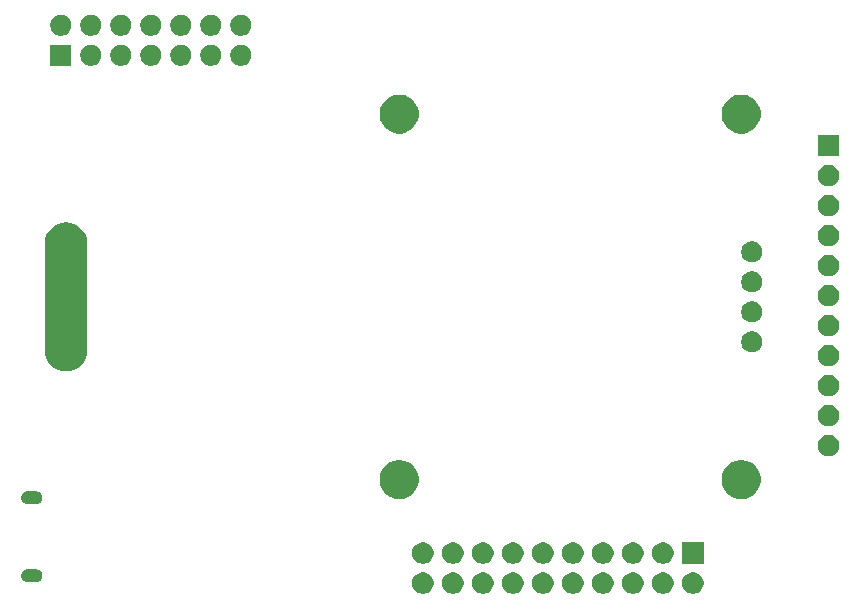
<source format=gbr>
G04 #@! TF.GenerationSoftware,KiCad,Pcbnew,5.1.6*
G04 #@! TF.CreationDate,2020-08-20T20:45:38+02:00*
G04 #@! TF.ProjectId,kicon19-badge,6b69636f-6e31-4392-9d62-616467652e6b,rev?*
G04 #@! TF.SameCoordinates,Original*
G04 #@! TF.FileFunction,Soldermask,Bot*
G04 #@! TF.FilePolarity,Negative*
%FSLAX46Y46*%
G04 Gerber Fmt 4.6, Leading zero omitted, Abs format (unit mm)*
G04 Created by KiCad (PCBNEW 5.1.6) date 2020-08-20 20:45:38*
%MOMM*%
%LPD*%
G01*
G04 APERTURE LIST*
%ADD10C,0.100000*%
G04 APERTURE END LIST*
D10*
G36*
X140906778Y-121310547D02*
G01*
X141073224Y-121379491D01*
X141223022Y-121479583D01*
X141350417Y-121606978D01*
X141450509Y-121756776D01*
X141519453Y-121923222D01*
X141554600Y-122099918D01*
X141554600Y-122280082D01*
X141519453Y-122456778D01*
X141450509Y-122623224D01*
X141350417Y-122773022D01*
X141223022Y-122900417D01*
X141073224Y-123000509D01*
X140906778Y-123069453D01*
X140730082Y-123104600D01*
X140549918Y-123104600D01*
X140373222Y-123069453D01*
X140206776Y-123000509D01*
X140056978Y-122900417D01*
X139929583Y-122773022D01*
X139829491Y-122623224D01*
X139760547Y-122456778D01*
X139725400Y-122280082D01*
X139725400Y-122099918D01*
X139760547Y-121923222D01*
X139829491Y-121756776D01*
X139929583Y-121606978D01*
X140056978Y-121479583D01*
X140206776Y-121379491D01*
X140373222Y-121310547D01*
X140549918Y-121275400D01*
X140730082Y-121275400D01*
X140906778Y-121310547D01*
G37*
G36*
X161226778Y-121310547D02*
G01*
X161393224Y-121379491D01*
X161543022Y-121479583D01*
X161670417Y-121606978D01*
X161770509Y-121756776D01*
X161839453Y-121923222D01*
X161874600Y-122099918D01*
X161874600Y-122280082D01*
X161839453Y-122456778D01*
X161770509Y-122623224D01*
X161670417Y-122773022D01*
X161543022Y-122900417D01*
X161393224Y-123000509D01*
X161226778Y-123069453D01*
X161050082Y-123104600D01*
X160869918Y-123104600D01*
X160693222Y-123069453D01*
X160526776Y-123000509D01*
X160376978Y-122900417D01*
X160249583Y-122773022D01*
X160149491Y-122623224D01*
X160080547Y-122456778D01*
X160045400Y-122280082D01*
X160045400Y-122099918D01*
X160080547Y-121923222D01*
X160149491Y-121756776D01*
X160249583Y-121606978D01*
X160376978Y-121479583D01*
X160526776Y-121379491D01*
X160693222Y-121310547D01*
X160869918Y-121275400D01*
X161050082Y-121275400D01*
X161226778Y-121310547D01*
G37*
G36*
X163766778Y-121310547D02*
G01*
X163933224Y-121379491D01*
X164083022Y-121479583D01*
X164210417Y-121606978D01*
X164310509Y-121756776D01*
X164379453Y-121923222D01*
X164414600Y-122099918D01*
X164414600Y-122280082D01*
X164379453Y-122456778D01*
X164310509Y-122623224D01*
X164210417Y-122773022D01*
X164083022Y-122900417D01*
X163933224Y-123000509D01*
X163766778Y-123069453D01*
X163590082Y-123104600D01*
X163409918Y-123104600D01*
X163233222Y-123069453D01*
X163066776Y-123000509D01*
X162916978Y-122900417D01*
X162789583Y-122773022D01*
X162689491Y-122623224D01*
X162620547Y-122456778D01*
X162585400Y-122280082D01*
X162585400Y-122099918D01*
X162620547Y-121923222D01*
X162689491Y-121756776D01*
X162789583Y-121606978D01*
X162916978Y-121479583D01*
X163066776Y-121379491D01*
X163233222Y-121310547D01*
X163409918Y-121275400D01*
X163590082Y-121275400D01*
X163766778Y-121310547D01*
G37*
G36*
X158686778Y-121310547D02*
G01*
X158853224Y-121379491D01*
X159003022Y-121479583D01*
X159130417Y-121606978D01*
X159230509Y-121756776D01*
X159299453Y-121923222D01*
X159334600Y-122099918D01*
X159334600Y-122280082D01*
X159299453Y-122456778D01*
X159230509Y-122623224D01*
X159130417Y-122773022D01*
X159003022Y-122900417D01*
X158853224Y-123000509D01*
X158686778Y-123069453D01*
X158510082Y-123104600D01*
X158329918Y-123104600D01*
X158153222Y-123069453D01*
X157986776Y-123000509D01*
X157836978Y-122900417D01*
X157709583Y-122773022D01*
X157609491Y-122623224D01*
X157540547Y-122456778D01*
X157505400Y-122280082D01*
X157505400Y-122099918D01*
X157540547Y-121923222D01*
X157609491Y-121756776D01*
X157709583Y-121606978D01*
X157836978Y-121479583D01*
X157986776Y-121379491D01*
X158153222Y-121310547D01*
X158329918Y-121275400D01*
X158510082Y-121275400D01*
X158686778Y-121310547D01*
G37*
G36*
X156146778Y-121310547D02*
G01*
X156313224Y-121379491D01*
X156463022Y-121479583D01*
X156590417Y-121606978D01*
X156690509Y-121756776D01*
X156759453Y-121923222D01*
X156794600Y-122099918D01*
X156794600Y-122280082D01*
X156759453Y-122456778D01*
X156690509Y-122623224D01*
X156590417Y-122773022D01*
X156463022Y-122900417D01*
X156313224Y-123000509D01*
X156146778Y-123069453D01*
X155970082Y-123104600D01*
X155789918Y-123104600D01*
X155613222Y-123069453D01*
X155446776Y-123000509D01*
X155296978Y-122900417D01*
X155169583Y-122773022D01*
X155069491Y-122623224D01*
X155000547Y-122456778D01*
X154965400Y-122280082D01*
X154965400Y-122099918D01*
X155000547Y-121923222D01*
X155069491Y-121756776D01*
X155169583Y-121606978D01*
X155296978Y-121479583D01*
X155446776Y-121379491D01*
X155613222Y-121310547D01*
X155789918Y-121275400D01*
X155970082Y-121275400D01*
X156146778Y-121310547D01*
G37*
G36*
X153606778Y-121310547D02*
G01*
X153773224Y-121379491D01*
X153923022Y-121479583D01*
X154050417Y-121606978D01*
X154150509Y-121756776D01*
X154219453Y-121923222D01*
X154254600Y-122099918D01*
X154254600Y-122280082D01*
X154219453Y-122456778D01*
X154150509Y-122623224D01*
X154050417Y-122773022D01*
X153923022Y-122900417D01*
X153773224Y-123000509D01*
X153606778Y-123069453D01*
X153430082Y-123104600D01*
X153249918Y-123104600D01*
X153073222Y-123069453D01*
X152906776Y-123000509D01*
X152756978Y-122900417D01*
X152629583Y-122773022D01*
X152529491Y-122623224D01*
X152460547Y-122456778D01*
X152425400Y-122280082D01*
X152425400Y-122099918D01*
X152460547Y-121923222D01*
X152529491Y-121756776D01*
X152629583Y-121606978D01*
X152756978Y-121479583D01*
X152906776Y-121379491D01*
X153073222Y-121310547D01*
X153249918Y-121275400D01*
X153430082Y-121275400D01*
X153606778Y-121310547D01*
G37*
G36*
X148526778Y-121310547D02*
G01*
X148693224Y-121379491D01*
X148843022Y-121479583D01*
X148970417Y-121606978D01*
X149070509Y-121756776D01*
X149139453Y-121923222D01*
X149174600Y-122099918D01*
X149174600Y-122280082D01*
X149139453Y-122456778D01*
X149070509Y-122623224D01*
X148970417Y-122773022D01*
X148843022Y-122900417D01*
X148693224Y-123000509D01*
X148526778Y-123069453D01*
X148350082Y-123104600D01*
X148169918Y-123104600D01*
X147993222Y-123069453D01*
X147826776Y-123000509D01*
X147676978Y-122900417D01*
X147549583Y-122773022D01*
X147449491Y-122623224D01*
X147380547Y-122456778D01*
X147345400Y-122280082D01*
X147345400Y-122099918D01*
X147380547Y-121923222D01*
X147449491Y-121756776D01*
X147549583Y-121606978D01*
X147676978Y-121479583D01*
X147826776Y-121379491D01*
X147993222Y-121310547D01*
X148169918Y-121275400D01*
X148350082Y-121275400D01*
X148526778Y-121310547D01*
G37*
G36*
X145986778Y-121310547D02*
G01*
X146153224Y-121379491D01*
X146303022Y-121479583D01*
X146430417Y-121606978D01*
X146530509Y-121756776D01*
X146599453Y-121923222D01*
X146634600Y-122099918D01*
X146634600Y-122280082D01*
X146599453Y-122456778D01*
X146530509Y-122623224D01*
X146430417Y-122773022D01*
X146303022Y-122900417D01*
X146153224Y-123000509D01*
X145986778Y-123069453D01*
X145810082Y-123104600D01*
X145629918Y-123104600D01*
X145453222Y-123069453D01*
X145286776Y-123000509D01*
X145136978Y-122900417D01*
X145009583Y-122773022D01*
X144909491Y-122623224D01*
X144840547Y-122456778D01*
X144805400Y-122280082D01*
X144805400Y-122099918D01*
X144840547Y-121923222D01*
X144909491Y-121756776D01*
X145009583Y-121606978D01*
X145136978Y-121479583D01*
X145286776Y-121379491D01*
X145453222Y-121310547D01*
X145629918Y-121275400D01*
X145810082Y-121275400D01*
X145986778Y-121310547D01*
G37*
G36*
X143446778Y-121310547D02*
G01*
X143613224Y-121379491D01*
X143763022Y-121479583D01*
X143890417Y-121606978D01*
X143990509Y-121756776D01*
X144059453Y-121923222D01*
X144094600Y-122099918D01*
X144094600Y-122280082D01*
X144059453Y-122456778D01*
X143990509Y-122623224D01*
X143890417Y-122773022D01*
X143763022Y-122900417D01*
X143613224Y-123000509D01*
X143446778Y-123069453D01*
X143270082Y-123104600D01*
X143089918Y-123104600D01*
X142913222Y-123069453D01*
X142746776Y-123000509D01*
X142596978Y-122900417D01*
X142469583Y-122773022D01*
X142369491Y-122623224D01*
X142300547Y-122456778D01*
X142265400Y-122280082D01*
X142265400Y-122099918D01*
X142300547Y-121923222D01*
X142369491Y-121756776D01*
X142469583Y-121606978D01*
X142596978Y-121479583D01*
X142746776Y-121379491D01*
X142913222Y-121310547D01*
X143089918Y-121275400D01*
X143270082Y-121275400D01*
X143446778Y-121310547D01*
G37*
G36*
X151066778Y-121310547D02*
G01*
X151233224Y-121379491D01*
X151383022Y-121479583D01*
X151510417Y-121606978D01*
X151610509Y-121756776D01*
X151679453Y-121923222D01*
X151714600Y-122099918D01*
X151714600Y-122280082D01*
X151679453Y-122456778D01*
X151610509Y-122623224D01*
X151510417Y-122773022D01*
X151383022Y-122900417D01*
X151233224Y-123000509D01*
X151066778Y-123069453D01*
X150890082Y-123104600D01*
X150709918Y-123104600D01*
X150533222Y-123069453D01*
X150366776Y-123000509D01*
X150216978Y-122900417D01*
X150089583Y-122773022D01*
X149989491Y-122623224D01*
X149920547Y-122456778D01*
X149885400Y-122280082D01*
X149885400Y-122099918D01*
X149920547Y-121923222D01*
X149989491Y-121756776D01*
X150089583Y-121606978D01*
X150216978Y-121479583D01*
X150366776Y-121379491D01*
X150533222Y-121310547D01*
X150709918Y-121275400D01*
X150890082Y-121275400D01*
X151066778Y-121310547D01*
G37*
G36*
X107997615Y-121010173D02*
G01*
X108101479Y-121041679D01*
X108128655Y-121056205D01*
X108197200Y-121092843D01*
X108281101Y-121161699D01*
X108349957Y-121245600D01*
X108365885Y-121275400D01*
X108401121Y-121341321D01*
X108432627Y-121445185D01*
X108443266Y-121553200D01*
X108432627Y-121661215D01*
X108401121Y-121765079D01*
X108401119Y-121765082D01*
X108349957Y-121860800D01*
X108281101Y-121944701D01*
X108197200Y-122013557D01*
X108128655Y-122050195D01*
X108101479Y-122064721D01*
X107997615Y-122096227D01*
X107916667Y-122104200D01*
X107162533Y-122104200D01*
X107081585Y-122096227D01*
X106977721Y-122064721D01*
X106950545Y-122050195D01*
X106882000Y-122013557D01*
X106798099Y-121944701D01*
X106729243Y-121860800D01*
X106678081Y-121765082D01*
X106678079Y-121765079D01*
X106646573Y-121661215D01*
X106635934Y-121553200D01*
X106646573Y-121445185D01*
X106678079Y-121341321D01*
X106713315Y-121275400D01*
X106729243Y-121245600D01*
X106798099Y-121161699D01*
X106882000Y-121092843D01*
X106950545Y-121056205D01*
X106977721Y-121041679D01*
X107081585Y-121010173D01*
X107162533Y-121002200D01*
X107916667Y-121002200D01*
X107997615Y-121010173D01*
G37*
G36*
X158686778Y-118770547D02*
G01*
X158853224Y-118839491D01*
X159003022Y-118939583D01*
X159130417Y-119066978D01*
X159230509Y-119216776D01*
X159299453Y-119383222D01*
X159334600Y-119559918D01*
X159334600Y-119740082D01*
X159299453Y-119916778D01*
X159230509Y-120083224D01*
X159130417Y-120233022D01*
X159003022Y-120360417D01*
X158853224Y-120460509D01*
X158686778Y-120529453D01*
X158510082Y-120564600D01*
X158329918Y-120564600D01*
X158153222Y-120529453D01*
X157986776Y-120460509D01*
X157836978Y-120360417D01*
X157709583Y-120233022D01*
X157609491Y-120083224D01*
X157540547Y-119916778D01*
X157505400Y-119740082D01*
X157505400Y-119559918D01*
X157540547Y-119383222D01*
X157609491Y-119216776D01*
X157709583Y-119066978D01*
X157836978Y-118939583D01*
X157986776Y-118839491D01*
X158153222Y-118770547D01*
X158329918Y-118735400D01*
X158510082Y-118735400D01*
X158686778Y-118770547D01*
G37*
G36*
X161226778Y-118770547D02*
G01*
X161393224Y-118839491D01*
X161543022Y-118939583D01*
X161670417Y-119066978D01*
X161770509Y-119216776D01*
X161839453Y-119383222D01*
X161874600Y-119559918D01*
X161874600Y-119740082D01*
X161839453Y-119916778D01*
X161770509Y-120083224D01*
X161670417Y-120233022D01*
X161543022Y-120360417D01*
X161393224Y-120460509D01*
X161226778Y-120529453D01*
X161050082Y-120564600D01*
X160869918Y-120564600D01*
X160693222Y-120529453D01*
X160526776Y-120460509D01*
X160376978Y-120360417D01*
X160249583Y-120233022D01*
X160149491Y-120083224D01*
X160080547Y-119916778D01*
X160045400Y-119740082D01*
X160045400Y-119559918D01*
X160080547Y-119383222D01*
X160149491Y-119216776D01*
X160249583Y-119066978D01*
X160376978Y-118939583D01*
X160526776Y-118839491D01*
X160693222Y-118770547D01*
X160869918Y-118735400D01*
X161050082Y-118735400D01*
X161226778Y-118770547D01*
G37*
G36*
X164414600Y-120564600D02*
G01*
X162585400Y-120564600D01*
X162585400Y-118735400D01*
X164414600Y-118735400D01*
X164414600Y-120564600D01*
G37*
G36*
X140906778Y-118770547D02*
G01*
X141073224Y-118839491D01*
X141223022Y-118939583D01*
X141350417Y-119066978D01*
X141450509Y-119216776D01*
X141519453Y-119383222D01*
X141554600Y-119559918D01*
X141554600Y-119740082D01*
X141519453Y-119916778D01*
X141450509Y-120083224D01*
X141350417Y-120233022D01*
X141223022Y-120360417D01*
X141073224Y-120460509D01*
X140906778Y-120529453D01*
X140730082Y-120564600D01*
X140549918Y-120564600D01*
X140373222Y-120529453D01*
X140206776Y-120460509D01*
X140056978Y-120360417D01*
X139929583Y-120233022D01*
X139829491Y-120083224D01*
X139760547Y-119916778D01*
X139725400Y-119740082D01*
X139725400Y-119559918D01*
X139760547Y-119383222D01*
X139829491Y-119216776D01*
X139929583Y-119066978D01*
X140056978Y-118939583D01*
X140206776Y-118839491D01*
X140373222Y-118770547D01*
X140549918Y-118735400D01*
X140730082Y-118735400D01*
X140906778Y-118770547D01*
G37*
G36*
X143446778Y-118770547D02*
G01*
X143613224Y-118839491D01*
X143763022Y-118939583D01*
X143890417Y-119066978D01*
X143990509Y-119216776D01*
X144059453Y-119383222D01*
X144094600Y-119559918D01*
X144094600Y-119740082D01*
X144059453Y-119916778D01*
X143990509Y-120083224D01*
X143890417Y-120233022D01*
X143763022Y-120360417D01*
X143613224Y-120460509D01*
X143446778Y-120529453D01*
X143270082Y-120564600D01*
X143089918Y-120564600D01*
X142913222Y-120529453D01*
X142746776Y-120460509D01*
X142596978Y-120360417D01*
X142469583Y-120233022D01*
X142369491Y-120083224D01*
X142300547Y-119916778D01*
X142265400Y-119740082D01*
X142265400Y-119559918D01*
X142300547Y-119383222D01*
X142369491Y-119216776D01*
X142469583Y-119066978D01*
X142596978Y-118939583D01*
X142746776Y-118839491D01*
X142913222Y-118770547D01*
X143089918Y-118735400D01*
X143270082Y-118735400D01*
X143446778Y-118770547D01*
G37*
G36*
X156146778Y-118770547D02*
G01*
X156313224Y-118839491D01*
X156463022Y-118939583D01*
X156590417Y-119066978D01*
X156690509Y-119216776D01*
X156759453Y-119383222D01*
X156794600Y-119559918D01*
X156794600Y-119740082D01*
X156759453Y-119916778D01*
X156690509Y-120083224D01*
X156590417Y-120233022D01*
X156463022Y-120360417D01*
X156313224Y-120460509D01*
X156146778Y-120529453D01*
X155970082Y-120564600D01*
X155789918Y-120564600D01*
X155613222Y-120529453D01*
X155446776Y-120460509D01*
X155296978Y-120360417D01*
X155169583Y-120233022D01*
X155069491Y-120083224D01*
X155000547Y-119916778D01*
X154965400Y-119740082D01*
X154965400Y-119559918D01*
X155000547Y-119383222D01*
X155069491Y-119216776D01*
X155169583Y-119066978D01*
X155296978Y-118939583D01*
X155446776Y-118839491D01*
X155613222Y-118770547D01*
X155789918Y-118735400D01*
X155970082Y-118735400D01*
X156146778Y-118770547D01*
G37*
G36*
X145986778Y-118770547D02*
G01*
X146153224Y-118839491D01*
X146303022Y-118939583D01*
X146430417Y-119066978D01*
X146530509Y-119216776D01*
X146599453Y-119383222D01*
X146634600Y-119559918D01*
X146634600Y-119740082D01*
X146599453Y-119916778D01*
X146530509Y-120083224D01*
X146430417Y-120233022D01*
X146303022Y-120360417D01*
X146153224Y-120460509D01*
X145986778Y-120529453D01*
X145810082Y-120564600D01*
X145629918Y-120564600D01*
X145453222Y-120529453D01*
X145286776Y-120460509D01*
X145136978Y-120360417D01*
X145009583Y-120233022D01*
X144909491Y-120083224D01*
X144840547Y-119916778D01*
X144805400Y-119740082D01*
X144805400Y-119559918D01*
X144840547Y-119383222D01*
X144909491Y-119216776D01*
X145009583Y-119066978D01*
X145136978Y-118939583D01*
X145286776Y-118839491D01*
X145453222Y-118770547D01*
X145629918Y-118735400D01*
X145810082Y-118735400D01*
X145986778Y-118770547D01*
G37*
G36*
X153606778Y-118770547D02*
G01*
X153773224Y-118839491D01*
X153923022Y-118939583D01*
X154050417Y-119066978D01*
X154150509Y-119216776D01*
X154219453Y-119383222D01*
X154254600Y-119559918D01*
X154254600Y-119740082D01*
X154219453Y-119916778D01*
X154150509Y-120083224D01*
X154050417Y-120233022D01*
X153923022Y-120360417D01*
X153773224Y-120460509D01*
X153606778Y-120529453D01*
X153430082Y-120564600D01*
X153249918Y-120564600D01*
X153073222Y-120529453D01*
X152906776Y-120460509D01*
X152756978Y-120360417D01*
X152629583Y-120233022D01*
X152529491Y-120083224D01*
X152460547Y-119916778D01*
X152425400Y-119740082D01*
X152425400Y-119559918D01*
X152460547Y-119383222D01*
X152529491Y-119216776D01*
X152629583Y-119066978D01*
X152756978Y-118939583D01*
X152906776Y-118839491D01*
X153073222Y-118770547D01*
X153249918Y-118735400D01*
X153430082Y-118735400D01*
X153606778Y-118770547D01*
G37*
G36*
X148526778Y-118770547D02*
G01*
X148693224Y-118839491D01*
X148843022Y-118939583D01*
X148970417Y-119066978D01*
X149070509Y-119216776D01*
X149139453Y-119383222D01*
X149174600Y-119559918D01*
X149174600Y-119740082D01*
X149139453Y-119916778D01*
X149070509Y-120083224D01*
X148970417Y-120233022D01*
X148843022Y-120360417D01*
X148693224Y-120460509D01*
X148526778Y-120529453D01*
X148350082Y-120564600D01*
X148169918Y-120564600D01*
X147993222Y-120529453D01*
X147826776Y-120460509D01*
X147676978Y-120360417D01*
X147549583Y-120233022D01*
X147449491Y-120083224D01*
X147380547Y-119916778D01*
X147345400Y-119740082D01*
X147345400Y-119559918D01*
X147380547Y-119383222D01*
X147449491Y-119216776D01*
X147549583Y-119066978D01*
X147676978Y-118939583D01*
X147826776Y-118839491D01*
X147993222Y-118770547D01*
X148169918Y-118735400D01*
X148350082Y-118735400D01*
X148526778Y-118770547D01*
G37*
G36*
X151066778Y-118770547D02*
G01*
X151233224Y-118839491D01*
X151383022Y-118939583D01*
X151510417Y-119066978D01*
X151610509Y-119216776D01*
X151679453Y-119383222D01*
X151714600Y-119559918D01*
X151714600Y-119740082D01*
X151679453Y-119916778D01*
X151610509Y-120083224D01*
X151510417Y-120233022D01*
X151383022Y-120360417D01*
X151233224Y-120460509D01*
X151066778Y-120529453D01*
X150890082Y-120564600D01*
X150709918Y-120564600D01*
X150533222Y-120529453D01*
X150366776Y-120460509D01*
X150216978Y-120360417D01*
X150089583Y-120233022D01*
X149989491Y-120083224D01*
X149920547Y-119916778D01*
X149885400Y-119740082D01*
X149885400Y-119559918D01*
X149920547Y-119383222D01*
X149989491Y-119216776D01*
X150089583Y-119066978D01*
X150216978Y-118939583D01*
X150366776Y-118839491D01*
X150533222Y-118770547D01*
X150709918Y-118735400D01*
X150890082Y-118735400D01*
X151066778Y-118770547D01*
G37*
G36*
X107997615Y-114410173D02*
G01*
X108101479Y-114441679D01*
X108128655Y-114456205D01*
X108197200Y-114492843D01*
X108281101Y-114561699D01*
X108349957Y-114645600D01*
X108382998Y-114707416D01*
X108401121Y-114741321D01*
X108432627Y-114845185D01*
X108443266Y-114953200D01*
X108432627Y-115061215D01*
X108401121Y-115165079D01*
X108401119Y-115165082D01*
X108349957Y-115260800D01*
X108281101Y-115344701D01*
X108197200Y-115413557D01*
X108128655Y-115450195D01*
X108101479Y-115464721D01*
X107997615Y-115496227D01*
X107916667Y-115504200D01*
X107162533Y-115504200D01*
X107081585Y-115496227D01*
X106977721Y-115464721D01*
X106950545Y-115450195D01*
X106882000Y-115413557D01*
X106798099Y-115344701D01*
X106729243Y-115260800D01*
X106678081Y-115165082D01*
X106678079Y-115165079D01*
X106646573Y-115061215D01*
X106635934Y-114953200D01*
X106646573Y-114845185D01*
X106678079Y-114741321D01*
X106696202Y-114707416D01*
X106729243Y-114645600D01*
X106798099Y-114561699D01*
X106882000Y-114492843D01*
X106950545Y-114456205D01*
X106977721Y-114441679D01*
X107081585Y-114410173D01*
X107162533Y-114402200D01*
X107916667Y-114402200D01*
X107997615Y-114410173D01*
G37*
G36*
X167975256Y-111816298D02*
G01*
X168081579Y-111837447D01*
X168382042Y-111961903D01*
X168652451Y-112142585D01*
X168882415Y-112372549D01*
X169063097Y-112642958D01*
X169187553Y-112943421D01*
X169251000Y-113262391D01*
X169251000Y-113587609D01*
X169187553Y-113906579D01*
X169063097Y-114207042D01*
X168882415Y-114477451D01*
X168652451Y-114707415D01*
X168382042Y-114888097D01*
X168081579Y-115012553D01*
X167975256Y-115033702D01*
X167762611Y-115076000D01*
X167437389Y-115076000D01*
X167224744Y-115033702D01*
X167118421Y-115012553D01*
X166817958Y-114888097D01*
X166547549Y-114707415D01*
X166317585Y-114477451D01*
X166136903Y-114207042D01*
X166012447Y-113906579D01*
X165949000Y-113587609D01*
X165949000Y-113262391D01*
X166012447Y-112943421D01*
X166136903Y-112642958D01*
X166317585Y-112372549D01*
X166547549Y-112142585D01*
X166817958Y-111961903D01*
X167118421Y-111837447D01*
X167224744Y-111816298D01*
X167437389Y-111774000D01*
X167762611Y-111774000D01*
X167975256Y-111816298D01*
G37*
G36*
X139025256Y-111816298D02*
G01*
X139131579Y-111837447D01*
X139432042Y-111961903D01*
X139702451Y-112142585D01*
X139932415Y-112372549D01*
X140113097Y-112642958D01*
X140237553Y-112943421D01*
X140301000Y-113262391D01*
X140301000Y-113587609D01*
X140237553Y-113906579D01*
X140113097Y-114207042D01*
X139932415Y-114477451D01*
X139702451Y-114707415D01*
X139432042Y-114888097D01*
X139131579Y-115012553D01*
X139025256Y-115033702D01*
X138812611Y-115076000D01*
X138487389Y-115076000D01*
X138274744Y-115033702D01*
X138168421Y-115012553D01*
X137867958Y-114888097D01*
X137597549Y-114707415D01*
X137367585Y-114477451D01*
X137186903Y-114207042D01*
X137062447Y-113906579D01*
X136999000Y-113587609D01*
X136999000Y-113262391D01*
X137062447Y-112943421D01*
X137186903Y-112642958D01*
X137367585Y-112372549D01*
X137597549Y-112142585D01*
X137867958Y-111961903D01*
X138168421Y-111837447D01*
X138274744Y-111816298D01*
X138487389Y-111774000D01*
X138812611Y-111774000D01*
X139025256Y-111816298D01*
G37*
G36*
X175113512Y-109643927D02*
G01*
X175262812Y-109673624D01*
X175426784Y-109741544D01*
X175574354Y-109840147D01*
X175699853Y-109965646D01*
X175798456Y-110113216D01*
X175866376Y-110277188D01*
X175901000Y-110451259D01*
X175901000Y-110628741D01*
X175866376Y-110802812D01*
X175798456Y-110966784D01*
X175699853Y-111114354D01*
X175574354Y-111239853D01*
X175426784Y-111338456D01*
X175262812Y-111406376D01*
X175113512Y-111436073D01*
X175088742Y-111441000D01*
X174911258Y-111441000D01*
X174886488Y-111436073D01*
X174737188Y-111406376D01*
X174573216Y-111338456D01*
X174425646Y-111239853D01*
X174300147Y-111114354D01*
X174201544Y-110966784D01*
X174133624Y-110802812D01*
X174099000Y-110628741D01*
X174099000Y-110451259D01*
X174133624Y-110277188D01*
X174201544Y-110113216D01*
X174300147Y-109965646D01*
X174425646Y-109840147D01*
X174573216Y-109741544D01*
X174737188Y-109673624D01*
X174886488Y-109643927D01*
X174911258Y-109639000D01*
X175088742Y-109639000D01*
X175113512Y-109643927D01*
G37*
G36*
X175113512Y-107103927D02*
G01*
X175262812Y-107133624D01*
X175426784Y-107201544D01*
X175574354Y-107300147D01*
X175699853Y-107425646D01*
X175798456Y-107573216D01*
X175866376Y-107737188D01*
X175901000Y-107911259D01*
X175901000Y-108088741D01*
X175866376Y-108262812D01*
X175798456Y-108426784D01*
X175699853Y-108574354D01*
X175574354Y-108699853D01*
X175426784Y-108798456D01*
X175262812Y-108866376D01*
X175113512Y-108896073D01*
X175088742Y-108901000D01*
X174911258Y-108901000D01*
X174886488Y-108896073D01*
X174737188Y-108866376D01*
X174573216Y-108798456D01*
X174425646Y-108699853D01*
X174300147Y-108574354D01*
X174201544Y-108426784D01*
X174133624Y-108262812D01*
X174099000Y-108088741D01*
X174099000Y-107911259D01*
X174133624Y-107737188D01*
X174201544Y-107573216D01*
X174300147Y-107425646D01*
X174425646Y-107300147D01*
X174573216Y-107201544D01*
X174737188Y-107133624D01*
X174886488Y-107103927D01*
X174911258Y-107099000D01*
X175088742Y-107099000D01*
X175113512Y-107103927D01*
G37*
G36*
X175113512Y-104563927D02*
G01*
X175262812Y-104593624D01*
X175426784Y-104661544D01*
X175574354Y-104760147D01*
X175699853Y-104885646D01*
X175798456Y-105033216D01*
X175866376Y-105197188D01*
X175901000Y-105371259D01*
X175901000Y-105548741D01*
X175866376Y-105722812D01*
X175798456Y-105886784D01*
X175699853Y-106034354D01*
X175574354Y-106159853D01*
X175426784Y-106258456D01*
X175262812Y-106326376D01*
X175113512Y-106356073D01*
X175088742Y-106361000D01*
X174911258Y-106361000D01*
X174886488Y-106356073D01*
X174737188Y-106326376D01*
X174573216Y-106258456D01*
X174425646Y-106159853D01*
X174300147Y-106034354D01*
X174201544Y-105886784D01*
X174133624Y-105722812D01*
X174099000Y-105548741D01*
X174099000Y-105371259D01*
X174133624Y-105197188D01*
X174201544Y-105033216D01*
X174300147Y-104885646D01*
X174425646Y-104760147D01*
X174573216Y-104661544D01*
X174737188Y-104593624D01*
X174886488Y-104563927D01*
X174911258Y-104559000D01*
X175088742Y-104559000D01*
X175113512Y-104563927D01*
G37*
G36*
X110803057Y-91675059D02*
G01*
X111142547Y-91778042D01*
X111142549Y-91778043D01*
X111455423Y-91945277D01*
X111729661Y-92170339D01*
X111954723Y-92444578D01*
X111982844Y-92497189D01*
X112121958Y-92757452D01*
X112224941Y-93096942D01*
X112251000Y-93361525D01*
X112251000Y-102538475D01*
X112224941Y-102803058D01*
X112121958Y-103142548D01*
X112121957Y-103142550D01*
X111954723Y-103455422D01*
X111729661Y-103729661D01*
X111455422Y-103954723D01*
X111142550Y-104121957D01*
X111142548Y-104121958D01*
X110803058Y-104224941D01*
X110450000Y-104259714D01*
X110096943Y-104224941D01*
X109757453Y-104121958D01*
X109757451Y-104121957D01*
X109444579Y-103954723D01*
X109170340Y-103729661D01*
X108945278Y-103455422D01*
X108778044Y-103142550D01*
X108778043Y-103142548D01*
X108675060Y-102803058D01*
X108649001Y-102538475D01*
X108649000Y-93361526D01*
X108675059Y-93096943D01*
X108778042Y-92757453D01*
X108778044Y-92757450D01*
X108945277Y-92444577D01*
X109170339Y-92170339D01*
X109444578Y-91945277D01*
X109757450Y-91778043D01*
X109757452Y-91778042D01*
X110096942Y-91675059D01*
X110450000Y-91640286D01*
X110803057Y-91675059D01*
G37*
G36*
X175107901Y-102022811D02*
G01*
X175262812Y-102053624D01*
X175426784Y-102121544D01*
X175574354Y-102220147D01*
X175699853Y-102345646D01*
X175798456Y-102493216D01*
X175866376Y-102657188D01*
X175901000Y-102831259D01*
X175901000Y-103008741D01*
X175866376Y-103182812D01*
X175798456Y-103346784D01*
X175699853Y-103494354D01*
X175574354Y-103619853D01*
X175426784Y-103718456D01*
X175262812Y-103786376D01*
X175113512Y-103816073D01*
X175088742Y-103821000D01*
X174911258Y-103821000D01*
X174886488Y-103816073D01*
X174737188Y-103786376D01*
X174573216Y-103718456D01*
X174425646Y-103619853D01*
X174300147Y-103494354D01*
X174201544Y-103346784D01*
X174133624Y-103182812D01*
X174099000Y-103008741D01*
X174099000Y-102831259D01*
X174133624Y-102657188D01*
X174201544Y-102493216D01*
X174300147Y-102345646D01*
X174425646Y-102220147D01*
X174573216Y-102121544D01*
X174737188Y-102053624D01*
X174892099Y-102022811D01*
X174911258Y-102019000D01*
X175088742Y-102019000D01*
X175107901Y-102022811D01*
G37*
G36*
X168613512Y-100863927D02*
G01*
X168762812Y-100893624D01*
X168926784Y-100961544D01*
X169074354Y-101060147D01*
X169199853Y-101185646D01*
X169298456Y-101333216D01*
X169366376Y-101497188D01*
X169401000Y-101671259D01*
X169401000Y-101848741D01*
X169366376Y-102022812D01*
X169298456Y-102186784D01*
X169199853Y-102334354D01*
X169074354Y-102459853D01*
X168926784Y-102558456D01*
X168762812Y-102626376D01*
X168613512Y-102656073D01*
X168588742Y-102661000D01*
X168411258Y-102661000D01*
X168386488Y-102656073D01*
X168237188Y-102626376D01*
X168073216Y-102558456D01*
X167925646Y-102459853D01*
X167800147Y-102334354D01*
X167701544Y-102186784D01*
X167633624Y-102022812D01*
X167599000Y-101848741D01*
X167599000Y-101671259D01*
X167633624Y-101497188D01*
X167701544Y-101333216D01*
X167800147Y-101185646D01*
X167925646Y-101060147D01*
X168073216Y-100961544D01*
X168237188Y-100893624D01*
X168386488Y-100863927D01*
X168411258Y-100859000D01*
X168588742Y-100859000D01*
X168613512Y-100863927D01*
G37*
G36*
X175107901Y-99482811D02*
G01*
X175262812Y-99513624D01*
X175426784Y-99581544D01*
X175574354Y-99680147D01*
X175699853Y-99805646D01*
X175798456Y-99953216D01*
X175866376Y-100117188D01*
X175901000Y-100291259D01*
X175901000Y-100468741D01*
X175866376Y-100642812D01*
X175798456Y-100806784D01*
X175699853Y-100954354D01*
X175574354Y-101079853D01*
X175426784Y-101178456D01*
X175262812Y-101246376D01*
X175113512Y-101276073D01*
X175088742Y-101281000D01*
X174911258Y-101281000D01*
X174886488Y-101276073D01*
X174737188Y-101246376D01*
X174573216Y-101178456D01*
X174425646Y-101079853D01*
X174300147Y-100954354D01*
X174201544Y-100806784D01*
X174133624Y-100642812D01*
X174099000Y-100468741D01*
X174099000Y-100291259D01*
X174133624Y-100117188D01*
X174201544Y-99953216D01*
X174300147Y-99805646D01*
X174425646Y-99680147D01*
X174573216Y-99581544D01*
X174737188Y-99513624D01*
X174892099Y-99482811D01*
X174911258Y-99479000D01*
X175088742Y-99479000D01*
X175107901Y-99482811D01*
G37*
G36*
X168613512Y-98323927D02*
G01*
X168762812Y-98353624D01*
X168926784Y-98421544D01*
X169074354Y-98520147D01*
X169199853Y-98645646D01*
X169298456Y-98793216D01*
X169366376Y-98957188D01*
X169401000Y-99131259D01*
X169401000Y-99308741D01*
X169366376Y-99482812D01*
X169298456Y-99646784D01*
X169199853Y-99794354D01*
X169074354Y-99919853D01*
X168926784Y-100018456D01*
X168762812Y-100086376D01*
X168613512Y-100116073D01*
X168588742Y-100121000D01*
X168411258Y-100121000D01*
X168386488Y-100116073D01*
X168237188Y-100086376D01*
X168073216Y-100018456D01*
X167925646Y-99919853D01*
X167800147Y-99794354D01*
X167701544Y-99646784D01*
X167633624Y-99482812D01*
X167599000Y-99308741D01*
X167599000Y-99131259D01*
X167633624Y-98957188D01*
X167701544Y-98793216D01*
X167800147Y-98645646D01*
X167925646Y-98520147D01*
X168073216Y-98421544D01*
X168237188Y-98353624D01*
X168386488Y-98323927D01*
X168411258Y-98319000D01*
X168588742Y-98319000D01*
X168613512Y-98323927D01*
G37*
G36*
X175107901Y-96942811D02*
G01*
X175262812Y-96973624D01*
X175426784Y-97041544D01*
X175574354Y-97140147D01*
X175699853Y-97265646D01*
X175798456Y-97413216D01*
X175866376Y-97577188D01*
X175901000Y-97751259D01*
X175901000Y-97928741D01*
X175866376Y-98102812D01*
X175798456Y-98266784D01*
X175699853Y-98414354D01*
X175574354Y-98539853D01*
X175426784Y-98638456D01*
X175262812Y-98706376D01*
X175113512Y-98736073D01*
X175088742Y-98741000D01*
X174911258Y-98741000D01*
X174886488Y-98736073D01*
X174737188Y-98706376D01*
X174573216Y-98638456D01*
X174425646Y-98539853D01*
X174300147Y-98414354D01*
X174201544Y-98266784D01*
X174133624Y-98102812D01*
X174099000Y-97928741D01*
X174099000Y-97751259D01*
X174133624Y-97577188D01*
X174201544Y-97413216D01*
X174300147Y-97265646D01*
X174425646Y-97140147D01*
X174573216Y-97041544D01*
X174737188Y-96973624D01*
X174892099Y-96942811D01*
X174911258Y-96939000D01*
X175088742Y-96939000D01*
X175107901Y-96942811D01*
G37*
G36*
X168613512Y-95783927D02*
G01*
X168762812Y-95813624D01*
X168926784Y-95881544D01*
X169074354Y-95980147D01*
X169199853Y-96105646D01*
X169298456Y-96253216D01*
X169366376Y-96417188D01*
X169401000Y-96591259D01*
X169401000Y-96768741D01*
X169366376Y-96942812D01*
X169298456Y-97106784D01*
X169199853Y-97254354D01*
X169074354Y-97379853D01*
X168926784Y-97478456D01*
X168762812Y-97546376D01*
X168613512Y-97576073D01*
X168588742Y-97581000D01*
X168411258Y-97581000D01*
X168386488Y-97576073D01*
X168237188Y-97546376D01*
X168073216Y-97478456D01*
X167925646Y-97379853D01*
X167800147Y-97254354D01*
X167701544Y-97106784D01*
X167633624Y-96942812D01*
X167599000Y-96768741D01*
X167599000Y-96591259D01*
X167633624Y-96417188D01*
X167701544Y-96253216D01*
X167800147Y-96105646D01*
X167925646Y-95980147D01*
X168073216Y-95881544D01*
X168237188Y-95813624D01*
X168386488Y-95783927D01*
X168411258Y-95779000D01*
X168588742Y-95779000D01*
X168613512Y-95783927D01*
G37*
G36*
X175107901Y-94402811D02*
G01*
X175262812Y-94433624D01*
X175426784Y-94501544D01*
X175574354Y-94600147D01*
X175699853Y-94725646D01*
X175798456Y-94873216D01*
X175866376Y-95037188D01*
X175901000Y-95211259D01*
X175901000Y-95388741D01*
X175866376Y-95562812D01*
X175798456Y-95726784D01*
X175699853Y-95874354D01*
X175574354Y-95999853D01*
X175426784Y-96098456D01*
X175262812Y-96166376D01*
X175113512Y-96196073D01*
X175088742Y-96201000D01*
X174911258Y-96201000D01*
X174886488Y-96196073D01*
X174737188Y-96166376D01*
X174573216Y-96098456D01*
X174425646Y-95999853D01*
X174300147Y-95874354D01*
X174201544Y-95726784D01*
X174133624Y-95562812D01*
X174099000Y-95388741D01*
X174099000Y-95211259D01*
X174133624Y-95037188D01*
X174201544Y-94873216D01*
X174300147Y-94725646D01*
X174425646Y-94600147D01*
X174573216Y-94501544D01*
X174737188Y-94433624D01*
X174892099Y-94402811D01*
X174911258Y-94399000D01*
X175088742Y-94399000D01*
X175107901Y-94402811D01*
G37*
G36*
X168613512Y-93243927D02*
G01*
X168762812Y-93273624D01*
X168926784Y-93341544D01*
X169074354Y-93440147D01*
X169199853Y-93565646D01*
X169298456Y-93713216D01*
X169366376Y-93877188D01*
X169401000Y-94051259D01*
X169401000Y-94228741D01*
X169366376Y-94402812D01*
X169298456Y-94566784D01*
X169199853Y-94714354D01*
X169074354Y-94839853D01*
X168926784Y-94938456D01*
X168762812Y-95006376D01*
X168613512Y-95036073D01*
X168588742Y-95041000D01*
X168411258Y-95041000D01*
X168386488Y-95036073D01*
X168237188Y-95006376D01*
X168073216Y-94938456D01*
X167925646Y-94839853D01*
X167800147Y-94714354D01*
X167701544Y-94566784D01*
X167633624Y-94402812D01*
X167599000Y-94228741D01*
X167599000Y-94051259D01*
X167633624Y-93877188D01*
X167701544Y-93713216D01*
X167800147Y-93565646D01*
X167925646Y-93440147D01*
X168073216Y-93341544D01*
X168237188Y-93273624D01*
X168386488Y-93243927D01*
X168411258Y-93239000D01*
X168588742Y-93239000D01*
X168613512Y-93243927D01*
G37*
G36*
X175113512Y-91863927D02*
G01*
X175262812Y-91893624D01*
X175426784Y-91961544D01*
X175574354Y-92060147D01*
X175699853Y-92185646D01*
X175798456Y-92333216D01*
X175866376Y-92497188D01*
X175901000Y-92671259D01*
X175901000Y-92848741D01*
X175866376Y-93022812D01*
X175798456Y-93186784D01*
X175699853Y-93334354D01*
X175574354Y-93459853D01*
X175426784Y-93558456D01*
X175262812Y-93626376D01*
X175113512Y-93656073D01*
X175088742Y-93661000D01*
X174911258Y-93661000D01*
X174886488Y-93656073D01*
X174737188Y-93626376D01*
X174573216Y-93558456D01*
X174425646Y-93459853D01*
X174300147Y-93334354D01*
X174201544Y-93186784D01*
X174133624Y-93022812D01*
X174099000Y-92848741D01*
X174099000Y-92671259D01*
X174133624Y-92497188D01*
X174201544Y-92333216D01*
X174300147Y-92185646D01*
X174425646Y-92060147D01*
X174573216Y-91961544D01*
X174737188Y-91893624D01*
X174886488Y-91863927D01*
X174911258Y-91859000D01*
X175088742Y-91859000D01*
X175113512Y-91863927D01*
G37*
G36*
X175113512Y-89323927D02*
G01*
X175262812Y-89353624D01*
X175426784Y-89421544D01*
X175574354Y-89520147D01*
X175699853Y-89645646D01*
X175798456Y-89793216D01*
X175866376Y-89957188D01*
X175901000Y-90131259D01*
X175901000Y-90308741D01*
X175866376Y-90482812D01*
X175798456Y-90646784D01*
X175699853Y-90794354D01*
X175574354Y-90919853D01*
X175426784Y-91018456D01*
X175262812Y-91086376D01*
X175113512Y-91116073D01*
X175088742Y-91121000D01*
X174911258Y-91121000D01*
X174886488Y-91116073D01*
X174737188Y-91086376D01*
X174573216Y-91018456D01*
X174425646Y-90919853D01*
X174300147Y-90794354D01*
X174201544Y-90646784D01*
X174133624Y-90482812D01*
X174099000Y-90308741D01*
X174099000Y-90131259D01*
X174133624Y-89957188D01*
X174201544Y-89793216D01*
X174300147Y-89645646D01*
X174425646Y-89520147D01*
X174573216Y-89421544D01*
X174737188Y-89353624D01*
X174886488Y-89323927D01*
X174911258Y-89319000D01*
X175088742Y-89319000D01*
X175113512Y-89323927D01*
G37*
G36*
X175113512Y-86783927D02*
G01*
X175262812Y-86813624D01*
X175426784Y-86881544D01*
X175574354Y-86980147D01*
X175699853Y-87105646D01*
X175798456Y-87253216D01*
X175866376Y-87417188D01*
X175901000Y-87591259D01*
X175901000Y-87768741D01*
X175866376Y-87942812D01*
X175798456Y-88106784D01*
X175699853Y-88254354D01*
X175574354Y-88379853D01*
X175426784Y-88478456D01*
X175262812Y-88546376D01*
X175113512Y-88576073D01*
X175088742Y-88581000D01*
X174911258Y-88581000D01*
X174886488Y-88576073D01*
X174737188Y-88546376D01*
X174573216Y-88478456D01*
X174425646Y-88379853D01*
X174300147Y-88254354D01*
X174201544Y-88106784D01*
X174133624Y-87942812D01*
X174099000Y-87768741D01*
X174099000Y-87591259D01*
X174133624Y-87417188D01*
X174201544Y-87253216D01*
X174300147Y-87105646D01*
X174425646Y-86980147D01*
X174573216Y-86881544D01*
X174737188Y-86813624D01*
X174886488Y-86783927D01*
X174911258Y-86779000D01*
X175088742Y-86779000D01*
X175113512Y-86783927D01*
G37*
G36*
X175901000Y-86041000D02*
G01*
X174099000Y-86041000D01*
X174099000Y-84239000D01*
X175901000Y-84239000D01*
X175901000Y-86041000D01*
G37*
G36*
X167975256Y-80866298D02*
G01*
X168081579Y-80887447D01*
X168382042Y-81011903D01*
X168652451Y-81192585D01*
X168882415Y-81422549D01*
X169063097Y-81692958D01*
X169187553Y-81993421D01*
X169251000Y-82312391D01*
X169251000Y-82637609D01*
X169187553Y-82956579D01*
X169063097Y-83257042D01*
X168882415Y-83527451D01*
X168652451Y-83757415D01*
X168382042Y-83938097D01*
X168081579Y-84062553D01*
X167975256Y-84083702D01*
X167762611Y-84126000D01*
X167437389Y-84126000D01*
X167224744Y-84083702D01*
X167118421Y-84062553D01*
X166817958Y-83938097D01*
X166547549Y-83757415D01*
X166317585Y-83527451D01*
X166136903Y-83257042D01*
X166012447Y-82956579D01*
X165949000Y-82637609D01*
X165949000Y-82312391D01*
X166012447Y-81993421D01*
X166136903Y-81692958D01*
X166317585Y-81422549D01*
X166547549Y-81192585D01*
X166817958Y-81011903D01*
X167118421Y-80887447D01*
X167224744Y-80866298D01*
X167437389Y-80824000D01*
X167762611Y-80824000D01*
X167975256Y-80866298D01*
G37*
G36*
X139025256Y-80866298D02*
G01*
X139131579Y-80887447D01*
X139432042Y-81011903D01*
X139702451Y-81192585D01*
X139932415Y-81422549D01*
X140113097Y-81692958D01*
X140237553Y-81993421D01*
X140301000Y-82312391D01*
X140301000Y-82637609D01*
X140237553Y-82956579D01*
X140113097Y-83257042D01*
X139932415Y-83527451D01*
X139702451Y-83757415D01*
X139432042Y-83938097D01*
X139131579Y-84062553D01*
X139025256Y-84083702D01*
X138812611Y-84126000D01*
X138487389Y-84126000D01*
X138274744Y-84083702D01*
X138168421Y-84062553D01*
X137867958Y-83938097D01*
X137597549Y-83757415D01*
X137367585Y-83527451D01*
X137186903Y-83257042D01*
X137062447Y-82956579D01*
X136999000Y-82637609D01*
X136999000Y-82312391D01*
X137062447Y-81993421D01*
X137186903Y-81692958D01*
X137367585Y-81422549D01*
X137597549Y-81192585D01*
X137867958Y-81011903D01*
X138168421Y-80887447D01*
X138274744Y-80866298D01*
X138487389Y-80824000D01*
X138812611Y-80824000D01*
X139025256Y-80866298D01*
G37*
G36*
X110901000Y-78401000D02*
G01*
X109099000Y-78401000D01*
X109099000Y-76599000D01*
X110901000Y-76599000D01*
X110901000Y-78401000D01*
G37*
G36*
X120273512Y-76603927D02*
G01*
X120422812Y-76633624D01*
X120586784Y-76701544D01*
X120734354Y-76800147D01*
X120859853Y-76925646D01*
X120958456Y-77073216D01*
X121026376Y-77237188D01*
X121061000Y-77411259D01*
X121061000Y-77588741D01*
X121026376Y-77762812D01*
X120958456Y-77926784D01*
X120859853Y-78074354D01*
X120734354Y-78199853D01*
X120586784Y-78298456D01*
X120422812Y-78366376D01*
X120273512Y-78396073D01*
X120248742Y-78401000D01*
X120071258Y-78401000D01*
X120046488Y-78396073D01*
X119897188Y-78366376D01*
X119733216Y-78298456D01*
X119585646Y-78199853D01*
X119460147Y-78074354D01*
X119361544Y-77926784D01*
X119293624Y-77762812D01*
X119259000Y-77588741D01*
X119259000Y-77411259D01*
X119293624Y-77237188D01*
X119361544Y-77073216D01*
X119460147Y-76925646D01*
X119585646Y-76800147D01*
X119733216Y-76701544D01*
X119897188Y-76633624D01*
X120046488Y-76603927D01*
X120071258Y-76599000D01*
X120248742Y-76599000D01*
X120273512Y-76603927D01*
G37*
G36*
X122813512Y-76603927D02*
G01*
X122962812Y-76633624D01*
X123126784Y-76701544D01*
X123274354Y-76800147D01*
X123399853Y-76925646D01*
X123498456Y-77073216D01*
X123566376Y-77237188D01*
X123601000Y-77411259D01*
X123601000Y-77588741D01*
X123566376Y-77762812D01*
X123498456Y-77926784D01*
X123399853Y-78074354D01*
X123274354Y-78199853D01*
X123126784Y-78298456D01*
X122962812Y-78366376D01*
X122813512Y-78396073D01*
X122788742Y-78401000D01*
X122611258Y-78401000D01*
X122586488Y-78396073D01*
X122437188Y-78366376D01*
X122273216Y-78298456D01*
X122125646Y-78199853D01*
X122000147Y-78074354D01*
X121901544Y-77926784D01*
X121833624Y-77762812D01*
X121799000Y-77588741D01*
X121799000Y-77411259D01*
X121833624Y-77237188D01*
X121901544Y-77073216D01*
X122000147Y-76925646D01*
X122125646Y-76800147D01*
X122273216Y-76701544D01*
X122437188Y-76633624D01*
X122586488Y-76603927D01*
X122611258Y-76599000D01*
X122788742Y-76599000D01*
X122813512Y-76603927D01*
G37*
G36*
X125353512Y-76603927D02*
G01*
X125502812Y-76633624D01*
X125666784Y-76701544D01*
X125814354Y-76800147D01*
X125939853Y-76925646D01*
X126038456Y-77073216D01*
X126106376Y-77237188D01*
X126141000Y-77411259D01*
X126141000Y-77588741D01*
X126106376Y-77762812D01*
X126038456Y-77926784D01*
X125939853Y-78074354D01*
X125814354Y-78199853D01*
X125666784Y-78298456D01*
X125502812Y-78366376D01*
X125353512Y-78396073D01*
X125328742Y-78401000D01*
X125151258Y-78401000D01*
X125126488Y-78396073D01*
X124977188Y-78366376D01*
X124813216Y-78298456D01*
X124665646Y-78199853D01*
X124540147Y-78074354D01*
X124441544Y-77926784D01*
X124373624Y-77762812D01*
X124339000Y-77588741D01*
X124339000Y-77411259D01*
X124373624Y-77237188D01*
X124441544Y-77073216D01*
X124540147Y-76925646D01*
X124665646Y-76800147D01*
X124813216Y-76701544D01*
X124977188Y-76633624D01*
X125126488Y-76603927D01*
X125151258Y-76599000D01*
X125328742Y-76599000D01*
X125353512Y-76603927D01*
G37*
G36*
X117733512Y-76603927D02*
G01*
X117882812Y-76633624D01*
X118046784Y-76701544D01*
X118194354Y-76800147D01*
X118319853Y-76925646D01*
X118418456Y-77073216D01*
X118486376Y-77237188D01*
X118521000Y-77411259D01*
X118521000Y-77588741D01*
X118486376Y-77762812D01*
X118418456Y-77926784D01*
X118319853Y-78074354D01*
X118194354Y-78199853D01*
X118046784Y-78298456D01*
X117882812Y-78366376D01*
X117733512Y-78396073D01*
X117708742Y-78401000D01*
X117531258Y-78401000D01*
X117506488Y-78396073D01*
X117357188Y-78366376D01*
X117193216Y-78298456D01*
X117045646Y-78199853D01*
X116920147Y-78074354D01*
X116821544Y-77926784D01*
X116753624Y-77762812D01*
X116719000Y-77588741D01*
X116719000Y-77411259D01*
X116753624Y-77237188D01*
X116821544Y-77073216D01*
X116920147Y-76925646D01*
X117045646Y-76800147D01*
X117193216Y-76701544D01*
X117357188Y-76633624D01*
X117506488Y-76603927D01*
X117531258Y-76599000D01*
X117708742Y-76599000D01*
X117733512Y-76603927D01*
G37*
G36*
X115193512Y-76603927D02*
G01*
X115342812Y-76633624D01*
X115506784Y-76701544D01*
X115654354Y-76800147D01*
X115779853Y-76925646D01*
X115878456Y-77073216D01*
X115946376Y-77237188D01*
X115981000Y-77411259D01*
X115981000Y-77588741D01*
X115946376Y-77762812D01*
X115878456Y-77926784D01*
X115779853Y-78074354D01*
X115654354Y-78199853D01*
X115506784Y-78298456D01*
X115342812Y-78366376D01*
X115193512Y-78396073D01*
X115168742Y-78401000D01*
X114991258Y-78401000D01*
X114966488Y-78396073D01*
X114817188Y-78366376D01*
X114653216Y-78298456D01*
X114505646Y-78199853D01*
X114380147Y-78074354D01*
X114281544Y-77926784D01*
X114213624Y-77762812D01*
X114179000Y-77588741D01*
X114179000Y-77411259D01*
X114213624Y-77237188D01*
X114281544Y-77073216D01*
X114380147Y-76925646D01*
X114505646Y-76800147D01*
X114653216Y-76701544D01*
X114817188Y-76633624D01*
X114966488Y-76603927D01*
X114991258Y-76599000D01*
X115168742Y-76599000D01*
X115193512Y-76603927D01*
G37*
G36*
X112653512Y-76603927D02*
G01*
X112802812Y-76633624D01*
X112966784Y-76701544D01*
X113114354Y-76800147D01*
X113239853Y-76925646D01*
X113338456Y-77073216D01*
X113406376Y-77237188D01*
X113441000Y-77411259D01*
X113441000Y-77588741D01*
X113406376Y-77762812D01*
X113338456Y-77926784D01*
X113239853Y-78074354D01*
X113114354Y-78199853D01*
X112966784Y-78298456D01*
X112802812Y-78366376D01*
X112653512Y-78396073D01*
X112628742Y-78401000D01*
X112451258Y-78401000D01*
X112426488Y-78396073D01*
X112277188Y-78366376D01*
X112113216Y-78298456D01*
X111965646Y-78199853D01*
X111840147Y-78074354D01*
X111741544Y-77926784D01*
X111673624Y-77762812D01*
X111639000Y-77588741D01*
X111639000Y-77411259D01*
X111673624Y-77237188D01*
X111741544Y-77073216D01*
X111840147Y-76925646D01*
X111965646Y-76800147D01*
X112113216Y-76701544D01*
X112277188Y-76633624D01*
X112426488Y-76603927D01*
X112451258Y-76599000D01*
X112628742Y-76599000D01*
X112653512Y-76603927D01*
G37*
G36*
X125353512Y-74063927D02*
G01*
X125502812Y-74093624D01*
X125666784Y-74161544D01*
X125814354Y-74260147D01*
X125939853Y-74385646D01*
X126038456Y-74533216D01*
X126106376Y-74697188D01*
X126141000Y-74871259D01*
X126141000Y-75048741D01*
X126106376Y-75222812D01*
X126038456Y-75386784D01*
X125939853Y-75534354D01*
X125814354Y-75659853D01*
X125666784Y-75758456D01*
X125502812Y-75826376D01*
X125353512Y-75856073D01*
X125328742Y-75861000D01*
X125151258Y-75861000D01*
X125126488Y-75856073D01*
X124977188Y-75826376D01*
X124813216Y-75758456D01*
X124665646Y-75659853D01*
X124540147Y-75534354D01*
X124441544Y-75386784D01*
X124373624Y-75222812D01*
X124339000Y-75048741D01*
X124339000Y-74871259D01*
X124373624Y-74697188D01*
X124441544Y-74533216D01*
X124540147Y-74385646D01*
X124665646Y-74260147D01*
X124813216Y-74161544D01*
X124977188Y-74093624D01*
X125126488Y-74063927D01*
X125151258Y-74059000D01*
X125328742Y-74059000D01*
X125353512Y-74063927D01*
G37*
G36*
X122813512Y-74063927D02*
G01*
X122962812Y-74093624D01*
X123126784Y-74161544D01*
X123274354Y-74260147D01*
X123399853Y-74385646D01*
X123498456Y-74533216D01*
X123566376Y-74697188D01*
X123601000Y-74871259D01*
X123601000Y-75048741D01*
X123566376Y-75222812D01*
X123498456Y-75386784D01*
X123399853Y-75534354D01*
X123274354Y-75659853D01*
X123126784Y-75758456D01*
X122962812Y-75826376D01*
X122813512Y-75856073D01*
X122788742Y-75861000D01*
X122611258Y-75861000D01*
X122586488Y-75856073D01*
X122437188Y-75826376D01*
X122273216Y-75758456D01*
X122125646Y-75659853D01*
X122000147Y-75534354D01*
X121901544Y-75386784D01*
X121833624Y-75222812D01*
X121799000Y-75048741D01*
X121799000Y-74871259D01*
X121833624Y-74697188D01*
X121901544Y-74533216D01*
X122000147Y-74385646D01*
X122125646Y-74260147D01*
X122273216Y-74161544D01*
X122437188Y-74093624D01*
X122586488Y-74063927D01*
X122611258Y-74059000D01*
X122788742Y-74059000D01*
X122813512Y-74063927D01*
G37*
G36*
X120273512Y-74063927D02*
G01*
X120422812Y-74093624D01*
X120586784Y-74161544D01*
X120734354Y-74260147D01*
X120859853Y-74385646D01*
X120958456Y-74533216D01*
X121026376Y-74697188D01*
X121061000Y-74871259D01*
X121061000Y-75048741D01*
X121026376Y-75222812D01*
X120958456Y-75386784D01*
X120859853Y-75534354D01*
X120734354Y-75659853D01*
X120586784Y-75758456D01*
X120422812Y-75826376D01*
X120273512Y-75856073D01*
X120248742Y-75861000D01*
X120071258Y-75861000D01*
X120046488Y-75856073D01*
X119897188Y-75826376D01*
X119733216Y-75758456D01*
X119585646Y-75659853D01*
X119460147Y-75534354D01*
X119361544Y-75386784D01*
X119293624Y-75222812D01*
X119259000Y-75048741D01*
X119259000Y-74871259D01*
X119293624Y-74697188D01*
X119361544Y-74533216D01*
X119460147Y-74385646D01*
X119585646Y-74260147D01*
X119733216Y-74161544D01*
X119897188Y-74093624D01*
X120046488Y-74063927D01*
X120071258Y-74059000D01*
X120248742Y-74059000D01*
X120273512Y-74063927D01*
G37*
G36*
X117733512Y-74063927D02*
G01*
X117882812Y-74093624D01*
X118046784Y-74161544D01*
X118194354Y-74260147D01*
X118319853Y-74385646D01*
X118418456Y-74533216D01*
X118486376Y-74697188D01*
X118521000Y-74871259D01*
X118521000Y-75048741D01*
X118486376Y-75222812D01*
X118418456Y-75386784D01*
X118319853Y-75534354D01*
X118194354Y-75659853D01*
X118046784Y-75758456D01*
X117882812Y-75826376D01*
X117733512Y-75856073D01*
X117708742Y-75861000D01*
X117531258Y-75861000D01*
X117506488Y-75856073D01*
X117357188Y-75826376D01*
X117193216Y-75758456D01*
X117045646Y-75659853D01*
X116920147Y-75534354D01*
X116821544Y-75386784D01*
X116753624Y-75222812D01*
X116719000Y-75048741D01*
X116719000Y-74871259D01*
X116753624Y-74697188D01*
X116821544Y-74533216D01*
X116920147Y-74385646D01*
X117045646Y-74260147D01*
X117193216Y-74161544D01*
X117357188Y-74093624D01*
X117506488Y-74063927D01*
X117531258Y-74059000D01*
X117708742Y-74059000D01*
X117733512Y-74063927D01*
G37*
G36*
X115193512Y-74063927D02*
G01*
X115342812Y-74093624D01*
X115506784Y-74161544D01*
X115654354Y-74260147D01*
X115779853Y-74385646D01*
X115878456Y-74533216D01*
X115946376Y-74697188D01*
X115981000Y-74871259D01*
X115981000Y-75048741D01*
X115946376Y-75222812D01*
X115878456Y-75386784D01*
X115779853Y-75534354D01*
X115654354Y-75659853D01*
X115506784Y-75758456D01*
X115342812Y-75826376D01*
X115193512Y-75856073D01*
X115168742Y-75861000D01*
X114991258Y-75861000D01*
X114966488Y-75856073D01*
X114817188Y-75826376D01*
X114653216Y-75758456D01*
X114505646Y-75659853D01*
X114380147Y-75534354D01*
X114281544Y-75386784D01*
X114213624Y-75222812D01*
X114179000Y-75048741D01*
X114179000Y-74871259D01*
X114213624Y-74697188D01*
X114281544Y-74533216D01*
X114380147Y-74385646D01*
X114505646Y-74260147D01*
X114653216Y-74161544D01*
X114817188Y-74093624D01*
X114966488Y-74063927D01*
X114991258Y-74059000D01*
X115168742Y-74059000D01*
X115193512Y-74063927D01*
G37*
G36*
X112653512Y-74063927D02*
G01*
X112802812Y-74093624D01*
X112966784Y-74161544D01*
X113114354Y-74260147D01*
X113239853Y-74385646D01*
X113338456Y-74533216D01*
X113406376Y-74697188D01*
X113441000Y-74871259D01*
X113441000Y-75048741D01*
X113406376Y-75222812D01*
X113338456Y-75386784D01*
X113239853Y-75534354D01*
X113114354Y-75659853D01*
X112966784Y-75758456D01*
X112802812Y-75826376D01*
X112653512Y-75856073D01*
X112628742Y-75861000D01*
X112451258Y-75861000D01*
X112426488Y-75856073D01*
X112277188Y-75826376D01*
X112113216Y-75758456D01*
X111965646Y-75659853D01*
X111840147Y-75534354D01*
X111741544Y-75386784D01*
X111673624Y-75222812D01*
X111639000Y-75048741D01*
X111639000Y-74871259D01*
X111673624Y-74697188D01*
X111741544Y-74533216D01*
X111840147Y-74385646D01*
X111965646Y-74260147D01*
X112113216Y-74161544D01*
X112277188Y-74093624D01*
X112426488Y-74063927D01*
X112451258Y-74059000D01*
X112628742Y-74059000D01*
X112653512Y-74063927D01*
G37*
G36*
X110113512Y-74063927D02*
G01*
X110262812Y-74093624D01*
X110426784Y-74161544D01*
X110574354Y-74260147D01*
X110699853Y-74385646D01*
X110798456Y-74533216D01*
X110866376Y-74697188D01*
X110901000Y-74871259D01*
X110901000Y-75048741D01*
X110866376Y-75222812D01*
X110798456Y-75386784D01*
X110699853Y-75534354D01*
X110574354Y-75659853D01*
X110426784Y-75758456D01*
X110262812Y-75826376D01*
X110113512Y-75856073D01*
X110088742Y-75861000D01*
X109911258Y-75861000D01*
X109886488Y-75856073D01*
X109737188Y-75826376D01*
X109573216Y-75758456D01*
X109425646Y-75659853D01*
X109300147Y-75534354D01*
X109201544Y-75386784D01*
X109133624Y-75222812D01*
X109099000Y-75048741D01*
X109099000Y-74871259D01*
X109133624Y-74697188D01*
X109201544Y-74533216D01*
X109300147Y-74385646D01*
X109425646Y-74260147D01*
X109573216Y-74161544D01*
X109737188Y-74093624D01*
X109886488Y-74063927D01*
X109911258Y-74059000D01*
X110088742Y-74059000D01*
X110113512Y-74063927D01*
G37*
M02*

</source>
